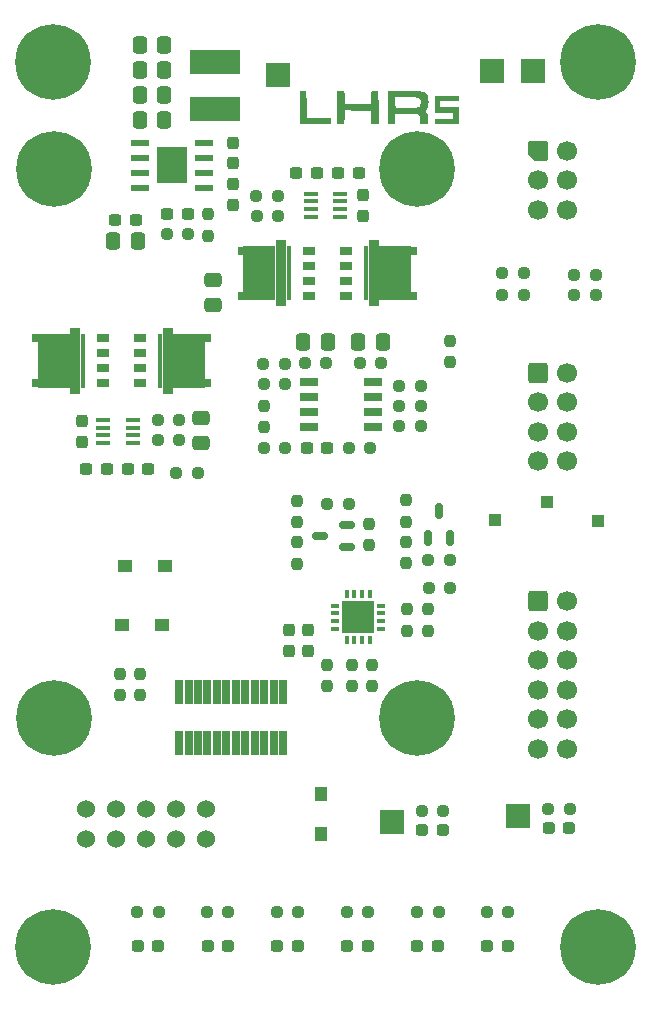
<source format=gbr>
%TF.GenerationSoftware,KiCad,Pcbnew,9.0.0*%
%TF.CreationDate,2026-01-13T23:26:04-06:00*%
%TF.ProjectId,PTN-PumpControlBoard,50544e2d-5075-46d7-9043-6f6e74726f6c,rev?*%
%TF.SameCoordinates,Original*%
%TF.FileFunction,Soldermask,Top*%
%TF.FilePolarity,Negative*%
%FSLAX46Y46*%
G04 Gerber Fmt 4.6, Leading zero omitted, Abs format (unit mm)*
G04 Created by KiCad (PCBNEW 9.0.0) date 2026-01-13 23:26:04*
%MOMM*%
%LPD*%
G01*
G04 APERTURE LIST*
G04 Aperture macros list*
%AMRoundRect*
0 Rectangle with rounded corners*
0 $1 Rounding radius*
0 $2 $3 $4 $5 $6 $7 $8 $9 X,Y pos of 4 corners*
0 Add a 4 corners polygon primitive as box body*
4,1,4,$2,$3,$4,$5,$6,$7,$8,$9,$2,$3,0*
0 Add four circle primitives for the rounded corners*
1,1,$1+$1,$2,$3*
1,1,$1+$1,$4,$5*
1,1,$1+$1,$6,$7*
1,1,$1+$1,$8,$9*
0 Add four rect primitives between the rounded corners*
20,1,$1+$1,$2,$3,$4,$5,0*
20,1,$1+$1,$4,$5,$6,$7,0*
20,1,$1+$1,$6,$7,$8,$9,0*
20,1,$1+$1,$8,$9,$2,$3,0*%
%AMFreePoly0*
4,1,22,0.695671,0.830970,0.776777,0.776777,0.830970,0.695671,0.850000,0.600000,0.850000,-0.600000,0.830970,-0.695671,0.776777,-0.776777,0.695671,-0.830970,0.600000,-0.850000,-0.200000,-0.850000,-0.295671,-0.830970,-0.376777,-0.776777,-0.776777,-0.376777,-0.830970,-0.295671,-0.850000,-0.200000,-0.850000,0.600000,-0.830970,0.695671,-0.776777,0.776777,-0.695671,0.830970,-0.600000,0.850000,
0.600000,0.850000,0.695671,0.830970,0.695671,0.830970,$1*%
G04 Aperture macros list end*
%ADD10C,0.000000*%
%ADD11RoundRect,0.250000X0.337500X0.475000X-0.337500X0.475000X-0.337500X-0.475000X0.337500X-0.475000X0*%
%ADD12RoundRect,0.250000X0.475000X-0.337500X0.475000X0.337500X-0.475000X0.337500X-0.475000X-0.337500X0*%
%ADD13RoundRect,0.250000X-0.337500X-0.475000X0.337500X-0.475000X0.337500X0.475000X-0.337500X0.475000X0*%
%ADD14RoundRect,0.237500X-0.237500X0.250000X-0.237500X-0.250000X0.237500X-0.250000X0.237500X0.250000X0*%
%ADD15RoundRect,0.237500X0.250000X0.237500X-0.250000X0.237500X-0.250000X-0.237500X0.250000X-0.237500X0*%
%ADD16C,3.600000*%
%ADD17C,6.400000*%
%ADD18RoundRect,0.237500X-0.250000X-0.237500X0.250000X-0.237500X0.250000X0.237500X-0.250000X0.237500X0*%
%ADD19R,0.990600X1.143000*%
%ADD20RoundRect,0.237500X-0.287500X-0.237500X0.287500X-0.237500X0.287500X0.237500X-0.287500X0.237500X0*%
%ADD21C,1.524000*%
%ADD22RoundRect,0.102000X0.275000X0.900000X-0.275000X0.900000X-0.275000X-0.900000X0.275000X-0.900000X0*%
%ADD23R,2.000000X2.000000*%
%ADD24RoundRect,0.237500X0.237500X-0.300000X0.237500X0.300000X-0.237500X0.300000X-0.237500X-0.300000X0*%
%ADD25R,1.000000X0.750000*%
%ADD26R,0.480000X0.750000*%
%ADD27R,2.720000X4.560000*%
%ADD28R,0.910000X5.560000*%
%ADD29R,0.420000X4.560000*%
%ADD30RoundRect,0.150000X0.150000X-0.512500X0.150000X0.512500X-0.150000X0.512500X-0.150000X-0.512500X0*%
%ADD31RoundRect,0.250000X-0.600000X-0.600000X0.600000X-0.600000X0.600000X0.600000X-0.600000X0.600000X0*%
%ADD32C,1.700000*%
%ADD33R,1.528000X0.650000*%
%ADD34RoundRect,0.237500X-0.300000X-0.237500X0.300000X-0.237500X0.300000X0.237500X-0.300000X0.237500X0*%
%ADD35RoundRect,0.237500X-0.237500X0.300000X-0.237500X-0.300000X0.237500X-0.300000X0.237500X0.300000X0*%
%ADD36R,1.200000X0.450000*%
%ADD37R,1.143000X0.990600*%
%ADD38R,1.000000X1.000000*%
%ADD39RoundRect,0.237500X0.300000X0.237500X-0.300000X0.237500X-0.300000X-0.237500X0.300000X-0.237500X0*%
%ADD40RoundRect,0.237500X0.237500X-0.250000X0.237500X0.250000X-0.237500X0.250000X-0.237500X-0.250000X0*%
%ADD41FreePoly0,0.000000*%
%ADD42R,2.600000X3.100000*%
%ADD43R,1.550000X0.600000*%
%ADD44RoundRect,0.150000X0.512500X0.150000X-0.512500X0.150000X-0.512500X-0.150000X0.512500X-0.150000X0*%
%ADD45R,0.711200X0.304800*%
%ADD46R,0.304800X0.711200*%
%ADD47R,2.692400X2.692400*%
%ADD48R,4.220000X2.120000*%
G04 APERTURE END LIST*
D10*
%TO.C,LOGO2*%
G36*
X138050794Y-60096905D02*
G01*
X138075993Y-61230833D01*
X139096528Y-61244476D01*
X140117064Y-61258119D01*
X140117064Y-61509059D01*
X140117064Y-61760000D01*
X138780751Y-61760000D01*
X137444438Y-61760000D01*
X137457834Y-60361488D01*
X137471231Y-58962976D01*
X137748413Y-58962976D01*
X138025596Y-58962976D01*
X138050794Y-60096905D01*
G37*
G36*
X150915873Y-59610198D02*
G01*
X150915873Y-59836984D01*
X150134722Y-59836984D01*
X149353571Y-59836984D01*
X149353571Y-60088968D01*
X149353571Y-60340952D01*
X150134722Y-60340952D01*
X150915873Y-60340952D01*
X150915873Y-61046508D01*
X150915873Y-61752063D01*
X149907936Y-61752063D01*
X148900000Y-61752063D01*
X148900000Y-61525278D01*
X148900000Y-61298492D01*
X149681151Y-61298492D01*
X150462301Y-61298492D01*
X150462301Y-61046508D01*
X150462301Y-60794524D01*
X149681151Y-60794524D01*
X148900000Y-60794524D01*
X148900000Y-60088968D01*
X148900000Y-59383413D01*
X149907936Y-59383413D01*
X150915873Y-59383413D01*
X150915873Y-59610198D01*
G37*
G36*
X143926828Y-58946870D02*
G01*
X144123612Y-58962976D01*
X144137008Y-60361488D01*
X144150404Y-61760000D01*
X143823678Y-61760000D01*
X143496952Y-61760000D01*
X143482703Y-61193036D01*
X143468453Y-60626071D01*
X142373982Y-60612494D01*
X141279510Y-60598916D01*
X141265251Y-61166859D01*
X141250993Y-61734801D01*
X140935211Y-61749826D01*
X140619429Y-61764851D01*
X140632830Y-60363914D01*
X140646231Y-58962976D01*
X140902691Y-58948025D01*
X141101790Y-58952861D01*
X141210363Y-58995420D01*
X141215728Y-59001244D01*
X141241275Y-59078573D01*
X141264051Y-59231243D01*
X141280876Y-59433801D01*
X141286847Y-59570561D01*
X141301389Y-60071706D01*
X142384921Y-60071706D01*
X143468453Y-60071706D01*
X143482752Y-59530474D01*
X143492061Y-59272555D01*
X143511771Y-59099779D01*
X143553781Y-58996509D01*
X143629990Y-58947105D01*
X143752298Y-58935930D01*
X143926828Y-58946870D01*
G37*
G36*
X146156389Y-58942880D02*
G01*
X146479517Y-58946724D01*
X146947725Y-58955193D01*
X147325655Y-58967869D01*
X147623823Y-58988856D01*
X147852744Y-59022257D01*
X148022934Y-59072178D01*
X148144908Y-59142721D01*
X148229182Y-59237992D01*
X148286272Y-59362094D01*
X148326693Y-59519132D01*
X148355352Y-59678856D01*
X148365781Y-59881314D01*
X148342188Y-60103805D01*
X148291695Y-60312348D01*
X148221422Y-60472966D01*
X148177371Y-60528160D01*
X148113130Y-60594076D01*
X148113297Y-60646382D01*
X148180288Y-60726572D01*
X148189499Y-60736385D01*
X148245563Y-60811351D01*
X148282230Y-60908775D01*
X148305316Y-61053634D01*
X148320634Y-61270905D01*
X148322438Y-61307429D01*
X148344076Y-61760000D01*
X148010332Y-61760000D01*
X147676588Y-61760000D01*
X147676588Y-61464415D01*
X147664342Y-61257713D01*
X147621898Y-61114351D01*
X147572136Y-61036042D01*
X147467685Y-60903254D01*
X146513803Y-60903254D01*
X145559921Y-60903254D01*
X145559921Y-61331627D01*
X145559921Y-61760000D01*
X145232342Y-61760000D01*
X144904762Y-61760000D01*
X144904762Y-60375047D01*
X144904762Y-59912116D01*
X144904762Y-59492143D01*
X145559921Y-59492143D01*
X145559921Y-59912116D01*
X145564188Y-60109653D01*
X145575542Y-60267374D01*
X145591816Y-60359012D01*
X145597719Y-60370099D01*
X145657819Y-60381199D01*
X145802244Y-60389204D01*
X146014564Y-60393761D01*
X146278345Y-60394519D01*
X146577158Y-60391126D01*
X146578719Y-60391098D01*
X146915482Y-60384007D01*
X147165965Y-60375610D01*
X147344681Y-60364404D01*
X147466141Y-60348885D01*
X147544859Y-60327551D01*
X147595349Y-60298897D01*
X147611853Y-60284093D01*
X147677195Y-60165962D01*
X147701407Y-59974497D01*
X147701786Y-59939462D01*
X147691791Y-59770129D01*
X147653410Y-59663196D01*
X147582810Y-59588484D01*
X147532720Y-59554546D01*
X147468423Y-59529601D01*
X147374814Y-59512287D01*
X147236788Y-59501247D01*
X147039240Y-59495123D01*
X146767064Y-59492554D01*
X146511878Y-59492143D01*
X145559921Y-59492143D01*
X144904762Y-59492143D01*
X144904762Y-58990095D01*
X145030608Y-58958509D01*
X145113764Y-58950726D01*
X145282805Y-58945150D01*
X145522847Y-58941903D01*
X145819004Y-58941106D01*
X146156389Y-58942880D01*
G37*
%TD*%
D11*
%TO.C,C15*%
X123925000Y-59300000D03*
X126000000Y-59300000D03*
%TD*%
D12*
%TO.C,C7*%
X130100000Y-77037500D03*
X130100000Y-74962500D03*
%TD*%
%TO.C,C20*%
X129068500Y-88738500D03*
X129068500Y-86663500D03*
%TD*%
D11*
%TO.C,C16*%
X126000000Y-61400000D03*
X123925000Y-61400000D03*
%TD*%
%TO.C,C14*%
X126000000Y-57200000D03*
X123925000Y-57200000D03*
%TD*%
%TO.C,C13*%
X126000000Y-55100000D03*
X123925000Y-55100000D03*
%TD*%
%TO.C,C11*%
X123737500Y-71700000D03*
X121662500Y-71700000D03*
%TD*%
D13*
%TO.C,C5*%
X142412500Y-80200000D03*
X144487500Y-80200000D03*
%TD*%
D11*
%TO.C,C4*%
X139846000Y-80200000D03*
X137771000Y-80200000D03*
%TD*%
D14*
%TO.C,R8*%
X141883499Y-107552299D03*
X141883499Y-109377299D03*
%TD*%
D15*
%TO.C,R30*%
X141621000Y-93914000D03*
X139796000Y-93914000D03*
%TD*%
%TO.C,R19*%
X144362500Y-82000000D03*
X142537500Y-82000000D03*
%TD*%
D16*
%TO.C,H2*%
X116608500Y-131450000D03*
D17*
X116608500Y-131450000D03*
%TD*%
D18*
%TO.C,R40*%
X129601000Y-128464000D03*
X131426000Y-128464000D03*
%TD*%
%TO.C,R50*%
X160700000Y-76200000D03*
X162525000Y-76200000D03*
%TD*%
D19*
%TO.C,D3*%
X139300000Y-121889100D03*
X139300000Y-118510900D03*
%TD*%
D15*
%TO.C,R27*%
X150164750Y-98682750D03*
X148339750Y-98682750D03*
%TD*%
%TO.C,R15*%
X147733500Y-83905000D03*
X145908500Y-83905000D03*
%TD*%
D16*
%TO.C,H4*%
X116600000Y-56500000D03*
D17*
X116600000Y-56500000D03*
%TD*%
D20*
%TO.C,D18*%
X135578500Y-131364000D03*
X137328500Y-131364000D03*
%TD*%
D15*
%TO.C,R41*%
X156425000Y-74400000D03*
X154600000Y-74400000D03*
%TD*%
D21*
%TO.C,J5*%
X119368500Y-119714000D03*
X119368500Y-122254000D03*
X121908500Y-119714000D03*
X121908500Y-122254000D03*
X124448500Y-119714000D03*
X124448500Y-122254000D03*
X126988500Y-119714000D03*
X126988500Y-122254000D03*
X129528500Y-119714000D03*
X129528500Y-122254000D03*
%TD*%
D18*
%TO.C,R21*%
X145908500Y-85605000D03*
X147733500Y-85605000D03*
%TD*%
%TO.C,R18*%
X137887500Y-82000000D03*
X139712500Y-82000000D03*
%TD*%
D20*
%TO.C,D22*%
X147812500Y-121537500D03*
X149562500Y-121537500D03*
%TD*%
D14*
%TO.C,R26*%
X143308500Y-95601500D03*
X143308500Y-97426500D03*
%TD*%
D22*
%TO.C,J4*%
X127248500Y-114164000D03*
X127248500Y-109864000D03*
X128048500Y-114164000D03*
X128048500Y-109864000D03*
X128848500Y-114164000D03*
X128848500Y-109864000D03*
X129648500Y-114164000D03*
X129648500Y-109864000D03*
X130448500Y-114164000D03*
X130448500Y-109864000D03*
X131248497Y-114164000D03*
X131248497Y-109864000D03*
X132048500Y-114164000D03*
X132048500Y-109864000D03*
X132848500Y-114164000D03*
X132848500Y-109864000D03*
X133648500Y-114164000D03*
X133648500Y-109864000D03*
X134448500Y-114164000D03*
X134448500Y-109864000D03*
X135248500Y-114164000D03*
X135248500Y-109864000D03*
X136048500Y-114164000D03*
X136048500Y-109864000D03*
D16*
X147418500Y-112014000D03*
D17*
X147418500Y-112014000D03*
D16*
X116668500Y-112014000D03*
D17*
X116668500Y-112014000D03*
D16*
X116668500Y-65544000D03*
D17*
X116668500Y-65544000D03*
D16*
X147408500Y-65544000D03*
D17*
X147408500Y-65544000D03*
%TD*%
D18*
%TO.C,R47*%
X158500000Y-119718750D03*
X160325000Y-119718750D03*
%TD*%
D14*
%TO.C,R29*%
X146502250Y-97107750D03*
X146502250Y-98932750D03*
%TD*%
D23*
%TO.C,TP2*%
X145300000Y-120837500D03*
%TD*%
D24*
%TO.C,C10*%
X131845250Y-65086000D03*
X131845250Y-63361000D03*
%TD*%
D18*
%TO.C,R34*%
X126186500Y-71108500D03*
X128011500Y-71108500D03*
%TD*%
D14*
%TO.C,R9*%
X143583499Y-107552299D03*
X143583499Y-109377299D03*
%TD*%
D18*
%TO.C,R49*%
X160700000Y-74500000D03*
X162525000Y-74500000D03*
%TD*%
D20*
%TO.C,D21*%
X153331000Y-131364000D03*
X155081000Y-131364000D03*
%TD*%
D25*
%TO.C,Q5*%
X120788500Y-83720000D03*
X120788500Y-82450000D03*
X120788500Y-81180000D03*
X120788500Y-79910000D03*
D26*
X115028500Y-79910000D03*
X115028500Y-83720000D03*
D27*
X116628500Y-81815000D03*
D28*
X118443500Y-81815000D03*
D29*
X119108500Y-81815000D03*
%TD*%
D30*
%TO.C,Q2*%
X148302250Y-96820250D03*
X150202250Y-96820250D03*
X149252250Y-94545250D03*
%TD*%
D14*
%TO.C,R25*%
X146502250Y-93607750D03*
X146502250Y-95432750D03*
%TD*%
D31*
%TO.C,J3*%
X157608500Y-102164000D03*
D32*
X157608500Y-104664000D03*
X157608500Y-107164000D03*
X157608500Y-109664000D03*
X157608500Y-112164000D03*
X157608500Y-114664000D03*
X160108500Y-102164000D03*
X160108500Y-104664000D03*
X160108500Y-107164000D03*
X160108500Y-109664000D03*
X160108500Y-112164000D03*
X160108500Y-114664000D03*
%TD*%
D33*
%TO.C,U2*%
X138286500Y-83595000D03*
X138286500Y-84865000D03*
X138286500Y-86135000D03*
X138286500Y-87405000D03*
X143708500Y-87405000D03*
X143708500Y-86135000D03*
X143708500Y-84865000D03*
X143708500Y-83595000D03*
%TD*%
D18*
%TO.C,R14*%
X134396000Y-83805000D03*
X136221000Y-83805000D03*
%TD*%
D34*
%TO.C,C8*%
X137181000Y-65940000D03*
X138906000Y-65940000D03*
%TD*%
D23*
%TO.C,TP1*%
X153700000Y-57300000D03*
%TD*%
D18*
%TO.C,R44*%
X153283500Y-128464000D03*
X155108500Y-128464000D03*
%TD*%
%TO.C,R39*%
X123683500Y-128464000D03*
X125508500Y-128464000D03*
%TD*%
D23*
%TO.C,TP5*%
X157200000Y-57300000D03*
%TD*%
D18*
%TO.C,R42*%
X135518500Y-128464000D03*
X137343500Y-128464000D03*
%TD*%
D35*
%TO.C,C18*%
X131845250Y-66861000D03*
X131845250Y-68586000D03*
%TD*%
D36*
%TO.C,IC1*%
X140913500Y-69600000D03*
X140913500Y-68950000D03*
X140913500Y-68300000D03*
X140913500Y-67650000D03*
X138413500Y-67650000D03*
X138413500Y-68300000D03*
X138413500Y-68950000D03*
X138413500Y-69600000D03*
%TD*%
D37*
%TO.C,D6*%
X122410900Y-104200000D03*
X125789100Y-104200000D03*
%TD*%
D14*
%TO.C,R28*%
X137246000Y-97164000D03*
X137246000Y-98989000D03*
%TD*%
D24*
%TO.C,C19*%
X119068500Y-88663500D03*
X119068500Y-86938500D03*
%TD*%
D18*
%TO.C,R45*%
X147396000Y-128464000D03*
X149221000Y-128464000D03*
%TD*%
D37*
%TO.C,D5*%
X122710900Y-99200000D03*
X126089100Y-99200000D03*
%TD*%
D18*
%TO.C,R16*%
X134396000Y-89205000D03*
X136221000Y-89205000D03*
%TD*%
D35*
%TO.C,C6*%
X142813500Y-67787500D03*
X142813500Y-69512500D03*
%TD*%
D31*
%TO.C,J2*%
X157608500Y-82814000D03*
D32*
X157608500Y-85314000D03*
X157608500Y-87814000D03*
X157608500Y-90314000D03*
X160108500Y-82814000D03*
X160108500Y-85314000D03*
X160108500Y-87814000D03*
X160108500Y-90314000D03*
%TD*%
D18*
%TO.C,R32*%
X133800000Y-67850000D03*
X135625000Y-67850000D03*
%TD*%
D38*
%TO.C,TP6*%
X154000000Y-95300000D03*
%TD*%
D39*
%TO.C,C22*%
X121131000Y-90937000D03*
X119406000Y-90937000D03*
%TD*%
D25*
%TO.C,Q3*%
X141368500Y-72490000D03*
X141368500Y-73760000D03*
X141368500Y-75030000D03*
X141368500Y-76300000D03*
D26*
X147128500Y-76300000D03*
X147128500Y-72490000D03*
D27*
X145528500Y-74395000D03*
D28*
X143713500Y-74395000D03*
D29*
X143048500Y-74395000D03*
%TD*%
D40*
%TO.C,R6*%
X123908500Y-110126500D03*
X123908500Y-108301500D03*
%TD*%
D18*
%TO.C,R38*%
X125456000Y-86801000D03*
X127281000Y-86801000D03*
%TD*%
D34*
%TO.C,C17*%
X126236500Y-69408500D03*
X127961500Y-69408500D03*
%TD*%
D15*
%TO.C,R33*%
X135637500Y-69550000D03*
X133812500Y-69550000D03*
%TD*%
D20*
%TO.C,D15*%
X123743500Y-131364000D03*
X125493500Y-131364000D03*
%TD*%
D18*
%TO.C,R31*%
X148387500Y-101000000D03*
X150212500Y-101000000D03*
%TD*%
D15*
%TO.C,R20*%
X136210000Y-82100000D03*
X134385000Y-82100000D03*
%TD*%
%TO.C,R23*%
X147733500Y-87305000D03*
X145908500Y-87305000D03*
%TD*%
D16*
%TO.C,H3*%
X162750000Y-56500000D03*
D17*
X162750000Y-56500000D03*
%TD*%
D18*
%TO.C,R46*%
X147775000Y-119937500D03*
X149600000Y-119937500D03*
%TD*%
%TO.C,R17*%
X141608500Y-89205000D03*
X143433500Y-89205000D03*
%TD*%
D20*
%TO.C,D16*%
X129661000Y-131364000D03*
X131411000Y-131364000D03*
%TD*%
D40*
%TO.C,R13*%
X150200000Y-81912500D03*
X150200000Y-80087500D03*
%TD*%
D39*
%TO.C,C21*%
X124631000Y-90937000D03*
X122906000Y-90937000D03*
%TD*%
D36*
%TO.C,IC2*%
X120818500Y-86826000D03*
X120818500Y-87476000D03*
X120818500Y-88126000D03*
X120818500Y-88776000D03*
X123318500Y-88776000D03*
X123318500Y-88126000D03*
X123318500Y-87476000D03*
X123318500Y-86826000D03*
%TD*%
D20*
%TO.C,D23*%
X158537500Y-121318750D03*
X160287500Y-121318750D03*
%TD*%
D32*
%TO.C,J1*%
X157608500Y-69000000D03*
X157608500Y-66500000D03*
D41*
X157608500Y-64000000D03*
D32*
X160108500Y-69000000D03*
X160108500Y-66500000D03*
X160108500Y-64000000D03*
%TD*%
D14*
%TO.C,R22*%
X134408500Y-85592500D03*
X134408500Y-87417500D03*
%TD*%
D23*
%TO.C,TP4*%
X155912500Y-120318750D03*
%TD*%
D40*
%TO.C,R35*%
X129699000Y-71233500D03*
X129699000Y-69408500D03*
%TD*%
D38*
%TO.C,TP8*%
X158400000Y-93800000D03*
%TD*%
D14*
%TO.C,R12*%
X139783499Y-107552299D03*
X139783499Y-109377299D03*
%TD*%
%TO.C,R7*%
X146583499Y-102852299D03*
X146583499Y-104677299D03*
%TD*%
D25*
%TO.C,Q4*%
X138208500Y-76300000D03*
X138208500Y-75030000D03*
X138208500Y-73760000D03*
X138208500Y-72490000D03*
D26*
X132448500Y-72490000D03*
X132448500Y-76300000D03*
D27*
X134048500Y-74395000D03*
D28*
X135863500Y-74395000D03*
D29*
X136528500Y-74395000D03*
%TD*%
D14*
%TO.C,R24*%
X137246000Y-93664000D03*
X137246000Y-95489000D03*
%TD*%
D16*
%TO.C,H1*%
X162750000Y-131414000D03*
D17*
X162750000Y-131414000D03*
%TD*%
D23*
%TO.C,TP3*%
X135600000Y-57600000D03*
%TD*%
D42*
%TO.C,U3*%
X126656750Y-65250000D03*
D43*
X123956750Y-63345000D03*
X123956750Y-64615000D03*
X123956750Y-65885000D03*
X123956750Y-67155000D03*
X129356750Y-67155000D03*
X129356750Y-65885000D03*
X129356750Y-64615000D03*
X129356750Y-63345000D03*
%TD*%
D14*
%TO.C,R11*%
X148283499Y-102852299D03*
X148283499Y-104677299D03*
%TD*%
D35*
%TO.C,C2*%
X138157701Y-104626499D03*
X138157701Y-106351499D03*
%TD*%
D44*
%TO.C,Q1*%
X141446000Y-97564000D03*
X141446000Y-95664000D03*
X139171000Y-96614000D03*
%TD*%
D20*
%TO.C,D20*%
X147413500Y-131364000D03*
X149163500Y-131364000D03*
%TD*%
D18*
%TO.C,R36*%
X127025000Y-91287000D03*
X128850000Y-91287000D03*
%TD*%
D20*
%TO.C,D19*%
X141496000Y-131364000D03*
X143246000Y-131364000D03*
%TD*%
D18*
%TO.C,R43*%
X141436000Y-128464000D03*
X143261000Y-128464000D03*
%TD*%
D45*
%TO.C,U1*%
X140459299Y-102539001D03*
X140459299Y-103188999D03*
X140459299Y-103839001D03*
X140459299Y-104488999D03*
D46*
X141433501Y-105463201D03*
X142083499Y-105463201D03*
X142733501Y-105463201D03*
X143383499Y-105463201D03*
D45*
X144357701Y-104488999D03*
X144357701Y-103839001D03*
X144357701Y-103188999D03*
X144357701Y-102539001D03*
D46*
X143383499Y-101564799D03*
X142733501Y-101564799D03*
X142083499Y-101564799D03*
X141433501Y-101564799D03*
D47*
X142408500Y-103514000D03*
%TD*%
D38*
%TO.C,TP7*%
X162700000Y-95400000D03*
%TD*%
D40*
%TO.C,R10*%
X122208500Y-110126500D03*
X122208500Y-108301500D03*
%TD*%
D34*
%TO.C,C9*%
X140728500Y-65940000D03*
X142453500Y-65940000D03*
%TD*%
D39*
%TO.C,C3*%
X139771000Y-89205000D03*
X138046000Y-89205000D03*
%TD*%
D25*
%TO.C,Q6*%
X123968500Y-79900000D03*
X123968500Y-81170000D03*
X123968500Y-82440000D03*
X123968500Y-83710000D03*
D26*
X129728500Y-83710000D03*
X129728500Y-79900000D03*
D27*
X128128500Y-81805000D03*
D28*
X126313500Y-81805000D03*
D29*
X125648500Y-81805000D03*
%TD*%
D35*
%TO.C,C1*%
X136557701Y-104626499D03*
X136557701Y-106351499D03*
%TD*%
D15*
%TO.C,R37*%
X127281000Y-88501000D03*
X125456000Y-88501000D03*
%TD*%
D48*
%TO.C,L1*%
X130325000Y-60500000D03*
X130325000Y-56500000D03*
%TD*%
D15*
%TO.C,R48*%
X156425000Y-76200000D03*
X154600000Y-76200000D03*
%TD*%
D39*
%TO.C,C12*%
X123569250Y-69900000D03*
X121844250Y-69900000D03*
%TD*%
M02*

</source>
